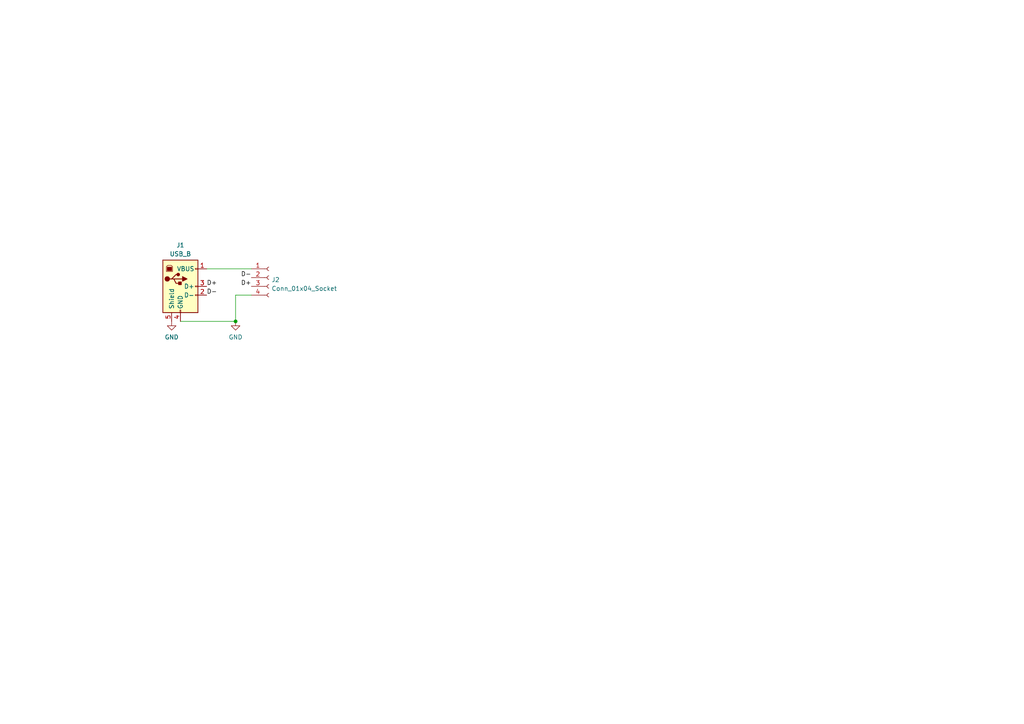
<source format=kicad_sch>
(kicad_sch (version 20230121) (generator eeschema)
  (paper "A4")
  (lib_symbols
    (symbol "Connector:Conn_01x04_Socket" (pin_names (offset 1.016) hide)
      (property "Reference" "J" (at 0 5.08 0))
      (property "Value" "Conn_01x04_Socket" (at 0 -7.62 0))
      (symbol "Conn_01x04_Socket_1_1"
        (arc (start 0 -4.572) (mid -0.5058 -5.08) (end 0 -5.588) (stroke (width 0.1524)))
        (arc (start 0 -2.032) (mid -0.5058 -2.54) (end 0 -3.048) (stroke (width 0.1524)))
        (polyline (pts (xy -1.27 -5.08) (xy -0.508 -5.08)) (stroke (width 0.1524)))
        (polyline (pts (xy -1.27 -2.54) (xy -0.508 -2.54)) (stroke (width 0.1524)))
        (polyline (pts (xy -1.27 0) (xy -0.508 0)) (stroke (width 0.1524)))
        (polyline (pts (xy -1.27 2.54) (xy -0.508 2.54)) (stroke (width 0.1524)))
        (arc (start 0 0.508) (mid -0.5058 0) (end 0 -0.508) (stroke (width 0.1524)))
        (arc (start 0 3.048) (mid -0.5058 2.54) (end 0 2.032) (stroke (width 0.1524)))
        (pin passive line (at -5.08 2.54 0) (length 3.81) (name "Pin_1") (number "1"))
        (pin passive line (at -5.08 0 0) (length 3.81) (name "Pin_2") (number "2"))
        (pin passive line (at -5.08 -2.54 0) (length 3.81) (name "Pin_3") (number "3"))
        (pin passive line (at -5.08 -5.08 0) (length 3.81) (name "Pin_4") (number "4"))
      )
    )
    (symbol "Connector:USB_B" (pin_names (offset 1.016))
      (property "Reference" "J" (at -5.08 11.43 0))
      (property "Value" "USB_B" (at -5.08 8.89 0))
      (symbol "USB_B_0_1"
        (rectangle (start -5.08 -7.62) (end 5.08 7.62) (stroke (width 0.254)) (fill (type background)))
        (circle (center -3.81 2.159) (radius 0.635) (stroke (width 0.254)) (fill (type outline)))
        (rectangle (start -3.81 5.588) (end -2.54 4.572) (fill (type outline)))
        (circle (center -0.635 3.429) (radius 0.381) (stroke (width 0.254)) (fill (type outline)))
        (rectangle (start -0.127 -7.62) (end 0.127 -6.858))
        (polyline (pts (xy -1.905 2.159) (xy 0.635 2.159)) (stroke (width 0.254)))
        (polyline (pts (xy -3.175 2.159) (xy -2.54 2.159) (xy -1.27 3.429) (xy -0.635 3.429)) (stroke (width 0.254)))
        (polyline (pts (xy -2.54 2.159) (xy -1.905 2.159) (xy -1.27 0.889) (xy 0 0.889)) (stroke (width 0.254)))
        (polyline (pts (xy 0.635 2.794) (xy 0.635 1.524) (xy 1.905 2.159) (xy 0.635 2.794)) (stroke (width 0.254)) (fill (type outline)))
        (polyline (pts (xy -4.064 4.318) (xy -2.286 4.318) (xy -2.286 5.715) (xy -2.667 6.096) (xy -3.683 6.096) (xy -4.064 5.715) (xy -4.064 4.318)))
        (rectangle (start 0.254 1.27) (end -0.508 0.508) (stroke (width 0.254)) (fill (type outline)))
        (rectangle (start 5.08 -2.667) (end 4.318 -2.413))
        (rectangle (start 5.08 -0.127) (end 4.318 0.127))
        (rectangle (start 5.08 4.953) (end 4.318 5.207))
      )
      (symbol "USB_B_1_1"
        (pin power_out line (at 7.62 5.08 180) (length 2.54) (name "VBUS") (number "1"))
        (pin bidirectional line (at 7.62 -2.54 180) (length 2.54) (name "D-") (number "2"))
        (pin bidirectional line (at 7.62 0 180) (length 2.54) (name "D+") (number "3"))
        (pin power_out line (at 0 -10.16 90) (length 2.54) (name "GND") (number "4"))
        (pin passive line (at -2.54 -10.16 90) (length 2.54) (name "Shield") (number "5"))
      )
    )
    (symbol "power:GND" (power) (pin_names (offset 0))
      (property "Value" "GND" (at 0 -3.81 0))
      (symbol "GND_0_1"
        (polyline (pts (xy 0 0) (xy 0 -1.27) (xy 1.27 -1.27) (xy 0 -2.54) (xy -1.27 -1.27) (xy 0 -1.27)))
      )
      (symbol "GND_1_1"
        (pin power_in line (at 0 0 270) (length 0) hide (name "GND") (number "1"))
      )
    )
  )
  (junction (at 68.326 93.218))
  (wire (pts (xy 59.944 77.978) (xy 72.898 77.978)))
  (wire (pts (xy 68.326 85.598) (xy 72.898 85.598)))
  (wire (pts (xy 52.324 93.218) (xy 68.326 93.218)))
  (wire (pts (xy 68.326 93.218) (xy 68.326 85.598)))
  (label "D-" (at 59.944 85.598 0))
  (label "D+" (at 72.898 83.058 180))
  (label "D-" (at 72.898 80.518 180))
  (label "D+" (at 59.944 83.058 0))
  (symbol (lib_id "power:GND") (at 68.326 93.218 0) (unit 1)
    (property "Reference" "#PWR02" (effects hide))
    (property "Value" "GND" (at 68.326 97.79 0))
  )
  (symbol (lib_id "power:GND") (at 49.784 93.218 0) (unit 1)
    (property "Reference" "#PWR01" (effects hide))
    (property "Value" "GND" (at 49.784 97.79 0))
  )
  (symbol (lib_id "Connector:USB_B") (at 52.324 83.058 0) (unit 1)
    (property "Reference" "J1" (at 52.324 71.12 0))
    (property "Value" "USB_B" (at 52.324 73.66 0))
    (property "Footprint" "custom_footprints:USB_B_Dual_Shield" (effects hide))
    (property "Datasheet" " ~" (effects hide))
  )
  (symbol (lib_id "Connector:Conn_01x04_Socket") (at 77.978 80.518 0) (unit 1)
    (property "Reference" "J2" (at 78.74 81.153 0) (effects (justify left)))
    (property "Value" "Conn_01x04_Socket" (at 78.74 83.693 0) (effects (justify left)))
    (property "Footprint" "Connector_PinHeader_2.54mm:PinHeader_1x04_P2.54mm_Vertical" (effects hide))
  )
)
</source>
